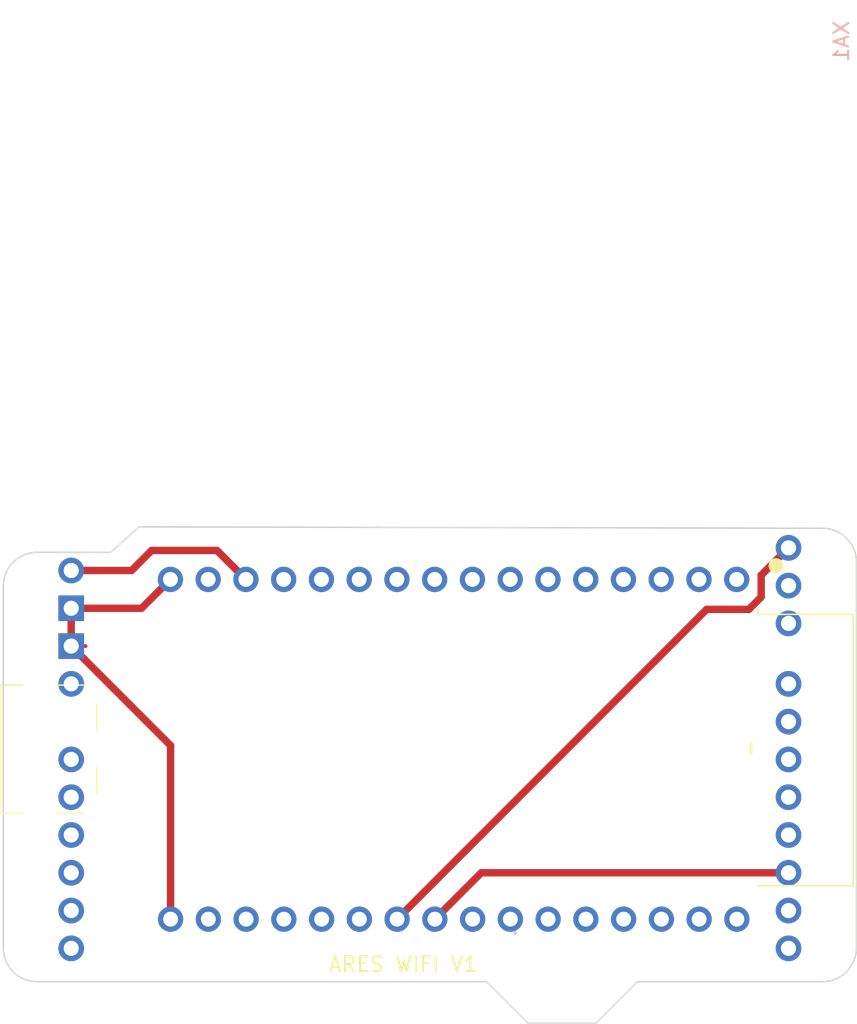
<source format=kicad_pcb>
(kicad_pcb (version 20211014) (generator pcbnew)
  (layers (0 "F.Cu" signal) (31 "B.Cu" signal) (34 "B.Paste" user) (35 "F.Paste" user) (36 "B.SilkS" user "B.Silkscreen") (37 "F.SilkS" user "F.Silkscreen") (38 "B.Mask" user) (39 "F.Mask" user) (44 "Edge.Cuts" user))
  (net 0 "")
  (net 1 "GND")
  (net 13 "/USART1_TX")
  (net 15 "/USART1_RX")
  (net 28 "/VIN_ESP")
  (footprint "arduino Boards:Arduino_Uno_Shield" (layer "F.Cu") (at 101.6 57.957881 -90)
    (fp_text reference "XA1" (at 2.54 -54.356 90) (layer "B.SilkS") (effects (justify mirror)))
    (fp_text value "Arduino_Uno_Shield")
    (fp_text user "." (at 62.484 -32.004 90) (layer "B.SilkS"))
    (fp_text user "." (at 62.484 -32.004 90) (layer "F.SilkS"))
    (pad "" np_thru_hole circle (at 66.04 -35.56 270) (size 3.2 3.2) (drill 3.2) (layers *.Cu *.Mask))
    (pad "5V1" thru_hole oval (at 38.1 -2.54 270) (size 1.7272 1.7272) (drill 1.016) (layers *.Cu *.Mask) (net 28 "/VIN_ESP"))
    (pad "A0" thru_hole oval (at 50.8 -2.54 270) (size 1.7272 1.7272) (drill 1.016) (layers *.Cu *.Mask))
    (pad "A1" thru_hole oval (at 53.34 -2.54 270) (size 1.7272 1.7272) (drill 1.016) (layers *.Cu *.Mask))
    (pad "A2" thru_hole oval (at 55.88 -2.54 270) (size 1.7272 1.7272) (drill 1.016) (layers *.Cu *.Mask))
    (pad "A3" thru_hole oval (at 58.42 -2.54 270) (size 1.7272 1.7272) (drill 1.016) (layers *.Cu *.Mask))
    (pad "A4" thru_hole oval (at 60.96 -2.54 270) (size 1.7272 1.7272) (drill 1.016) (layers *.Cu *.Mask))
    (pad "A5" thru_hole oval (at 63.5 -2.54 270) (size 1.7272 1.7272) (drill 1.016) (layers *.Cu *.Mask))
    (pad "D0" thru_hole oval (at 63.5 -50.8 270) (size 1.7272 1.7272) (drill 1.016) (layers *.Cu *.Mask))
    (pad "D1" thru_hole oval (at 60.96 -50.8 270) (size 1.7272 1.7272) (drill 1.016) (layers *.Cu *.Mask))
    (pad "D2" thru_hole oval (at 58.42 -50.8 270) (size 1.7272 1.7272) (drill 1.016) (layers *.Cu *.Mask) (net 15 "/USART1_RX"))
    (pad "D3" thru_hole oval (at 55.88 -50.8 270) (size 1.7272 1.7272) (drill 1.016) (layers *.Cu *.Mask))
    (pad "D4" thru_hole oval (at 53.34 -50.8 270) (size 1.7272 1.7272) (drill 1.016) (layers *.Cu *.Mask))
    (pad "D5" thru_hole oval (at 50.8 -50.8 270) (size 1.7272 1.7272) (drill 1.016) (layers *.Cu *.Mask))
    (pad "D6" thru_hole oval (at 48.26 -50.8 270) (size 1.7272 1.7272) (drill 1.016) (layers *.Cu *.Mask))
    (pad "D7" thru_hole oval (at 45.72 -50.8 270) (size 1.7272 1.7272) (drill 1.016) (layers *.Cu *.Mask))
    (pad "D8" thru_hole oval (at 41.656 -50.8 270) (size 1.7272 1.7272) (drill 1.016) (layers *.Cu *.Mask))
    (pad "D9" thru_hole oval (at 39.116 -50.8 270) (size 1.7272 1.7272) (drill 1.016) (layers *.Cu *.Mask))
    (pad "D10" thru_hole oval (at 36.576 -50.8 270) (size 1.7272 1.7272) (drill 1.016) (layers *.Cu *.Mask) (net 13 "/USART1_TX"))
    (pad "GND2" thru_hole rect (at 40.64 -2.54 270) (size 1.7272 1.7272) (drill 1.016) (layers *.Cu *.Mask) (net 1 "GND"))
    (pad "GND3" thru_hole rect (at 43.18 -2.54 270) (size 1.7272 1.7272) (drill 1.016) (layers *.Cu *.Mask) (net 1 "GND"))
    (pad "VIN" thru_hole oval (at 45.72 -2.54 270) (size 1.7272 1.7272) (drill 1.016) (layers *.Cu *.Mask))
  )
  (footprint "uPesy Boards:uPesy_ESP32_Wroom_DevKit" (layer "F.Cu") (at 129.94 108 -90)
    (fp_text reference "_" (at 0 -19.4 90) (layer "F.SilkS"))
    (fp_text value "uPesy ESP32 Wroom")
    (fp_line (start 4.3885 30.5411) (end -4.2415 30.5411) (layer "F.SilkS") (width 0.1))
    (fp_line (start 9.247 -26.8119) (end 9.247 -20.3929) (layer "F.SilkS") (width 0.1))
    (fp_line (start -8.993 -26.8119) (end -8.993 -20.3929) (layer "F.SilkS") (width 0.1))
    (fp_line (start -4.2415 26.8111) (end -4.2415 24.9911) (layer "F.SilkS") (width 0.1))
    (fp_line (start -4.2415 30.4111) (end -4.2415 29.0711) (layer "F.SilkS") (width 0.1))
    (fp_line (start -2.9215 24.0911) (end -1.1715 24.0911) (layer "F.SilkS") (width 0.1))
    (fp_line (start 1.3185 24.0911) (end 3.0685 24.0911) (layer "F.SilkS") (width 0.1))
    (fp_line (start 4.3885 26.8111) (end 4.3885 24.9911) (layer "F.SilkS") (width 0.1))
    (fp_line (start 4.3885 30.3511) (end 4.3885 29.0711) (layer "F.SilkS") (width 0.1))
    (fp_line (start -8.993 -26.8119) (end 9.247 -26.8119) (layer "F.SilkS") (width 0.1))
    (fp_line (start -8.993 -20.3929) (end -9.373 -20.3929) (layer "F.SilkS") (width 0.1))
    (fp_circle (center -12.2682 -21.6154) (end -12.0182 -21.6154) (layer "F.SilkS") (width 0.5) (fill none))
    (pad "1" thru_hole circle (at -11.343 -18.9741 180) (size 1.7 1.7) (drill 1) (layers *.Cu *.Mask))
    (pad "2" thru_hole circle (at -11.343 -16.4341 180) (size 1.7 1.7) (drill 1) (layers *.Cu *.Mask))
    (pad "3" thru_hole circle (at -11.343 -13.8941 180) (size 1.7 1.7) (drill 1) (layers *.Cu *.Mask))
    (pad "4" thru_hole circle (at -11.343 -11.3541 180) (size 1.7 1.7) (drill 1) (layers *.Cu *.Mask))
    (pad "5" thru_hole circle (at -11.343 -8.8141 180) (size 1.7 1.7) (drill 1) (layers *.Cu *.Mask))
    (pad "6" thru_hole circle (at -11.343 -6.2741 180) (size 1.7 1.7) (drill 1) (layers *.Cu *.Mask))
    (pad "7" thru_hole circle (at -11.343 -3.7341 180) (size 1.7 1.7) (drill 1) (layers *.Cu *.Mask))
    (pad "8" thru_hole circle (at -11.343 -1.1941 180) (size 1.7 1.7) (drill 1) (layers *.Cu *.Mask))
    (pad "9" thru_hole circle (at -11.343 1.3459 180) (size 1.7 1.7) (drill 1) (layers *.Cu *.Mask))
    (pad "10" thru_hole circle (at -11.343 3.8859 180) (size 1.7 1.7) (drill 1) (layers *.Cu *.Mask))
    (pad "11" thru_hole circle (at -11.343 6.4259 180) (size 1.7 1.7) (drill 1) (layers *.Cu *.Mask))
    (pad "12" thru_hole circle (at -11.343 8.9659 180) (size 1.7 1.7) (drill 1) (layers *.Cu *.Mask))
    (pad "13" thru_hole circle (at -11.343 11.5059 180) (size 1.7 1.7) (drill 1) (layers *.Cu *.Mask))
    (pad "14" thru_hole circle (at -11.343 14.0459 180) (size 1.7 1.7) (drill 1) (layers *.Cu *.Mask) (net 28 "/VIN_ESP"))
    (pad "15" thru_hole circle (at -11.343 16.5859 180) (size 1.7 1.7) (drill 1) (layers *.Cu *.Mask))
    (pad "16" thru_hole circle (at -11.343 19.1259 180) (size 1.7 1.7) (drill 1) (layers *.Cu *.Mask) (net 1 "GND"))
    (pad "17" thru_hole circle (at 11.4954 -18.9862) (size 1.7 1.7) (drill 1) (layers *.Cu *.Mask))
    (pad "18" thru_hole circle (at 11.4954 -16.4462) (size 1.7 1.7) (drill 1) (layers *.Cu *.Mask))
    (pad "19" thru_hole circle (at 11.4954 -13.9062) (size 1.7 1.7) (drill 1) (layers *.Cu *.Mask))
    (pad "20" thru_hole circle (at 11.4954 -11.3662) (size 1.7 1.7) (drill 1) (layers *.Cu *.Mask))
    (pad "21" thru_hole circle (at 11.4954 -8.8262) (size 1.7 1.7) (drill 1) (layers *.Cu *.Mask))
    (pad "22" thru_hole circle (at 11.4954 -6.2862) (size 1.7 1.7) (drill 1) (layers *.Cu *.Mask))
    (pad "23" thru_hole circle (at 11.4954 -3.7462) (size 1.7 1.7) (drill 1) (layers *.Cu *.Mask))
    (pad "24" thru_hole circle (at 11.4954 -1.2062) (size 1.7 1.7) (drill 1) (layers *.Cu *.Mask))
    (pad "25" thru_hole circle (at 11.4954 1.3338) (size 1.7 1.7) (drill 1) (layers *.Cu *.Mask) (net 15 "/USART1_RX"))
    (pad "26" thru_hole circle (at 11.4954 3.8738) (size 1.7 1.7) (drill 1) (layers *.Cu *.Mask) (net 13 "/USART1_TX"))
    (pad "27" thru_hole circle (at 11.4954 6.4138) (size 1.7 1.7) (drill 1) (layers *.Cu *.Mask))
    (pad "28" thru_hole circle (at 11.4954 8.9538) (size 1.7 1.7) (drill 1) (layers *.Cu *.Mask))
    (pad "29" thru_hole circle (at 11.4954 11.4938) (size 1.7 1.7) (drill 1) (layers *.Cu *.Mask))
    (pad "30" thru_hole circle (at 11.4954 14.0338) (size 1.7 1.7) (drill 1) (layers *.Cu *.Mask))
    (pad "31" thru_hole circle (at 11.4954 16.5738) (size 1.7 1.7) (drill 1) (layers *.Cu *.Mask))
    (pad "32" thru_hole circle (at 11.4954 19.1138) (size 1.7 1.7) (drill 1) (layers *.Cu *.Mask) (net 1 "GND"))
  )
  (gr_line (start 156.972 98.806) (end 156.972 121.412) (layer "Edge.Cuts") (width 0.1))
  (gr_line (start 132.08 123.698) (end 134.874 126.492) (layer "Edge.Cuts") (width 0.1))
  (gr_arc (start 99.568 97.120446) (mid 100.237554 95.504) (end 101.854 94.834446) (layer "Edge.Cuts") (width 0.1))
  (gr_line (start 101.87 94.834446) (end 106.79 94.84) (layer "Edge.Cuts") (width 0.1))
  (gr_line (start 142.24 123.698) (end 139.446 126.492) (layer "Edge.Cuts") (width 0.1))
  (gr_line (start 156.972 95.504) (end 156.972 98.806) (layer "Edge.Cuts") (width 0.1))
  (gr_line (start 139.446 126.492) (end 134.874 126.492) (layer "Edge.Cuts") (width 0.1))
  (gr_line (start 99.568 97.120446) (end 99.568 98.806) (layer "Edge.Cuts") (width 0.1))
  (gr_line (start 108.712 93.125554) (end 106.79 94.84) (layer "Edge.Cuts") (width 0.1))
  (gr_arc (start 154.686 93.218) (mid 156.302446 93.887554) (end 156.972 95.504) (layer "Edge.Cuts") (width 0.1))
  (gr_line (start 99.568 121.412) (end 99.568 98.806) (layer "Edge.Cuts") (width 0.1))
  (gr_line (start 154.686 93.218) (end 108.712 93.125554) (layer "Edge.Cuts") (width 0.1))
  (gr_line (start 154.686 123.698) (end 142.24 123.698) (layer "Edge.Cuts") (width 0.1))
  (gr_line (start 101.854 123.698) (end 132.08 123.698) (layer "Edge.Cuts") (width 0.1))
  (gr_arc (start 101.854 123.698) (mid 100.237554 123.028446) (end 99.568 121.412) (layer "Edge.Cuts") (width 0.1))
  (gr_arc (start 156.972 121.412) (mid 156.302446 123.028446) (end 154.686 123.698) (layer "Edge.Cuts") (width 0.1))
  (gr_text "ARES WIFI V1" (at 126.47 122.53) (layer "F.SilkS") (effects (font (size 1 1))))
  (segment (start 104.199119 98.657) (end 104.14 98.597881) (width 0.25) (layer "F.Cu") (net 1))
  (segment (start 110.8262 107.824081) (end 104.14 101.137881) (width 0.5) (layer "F.Cu") (net 1))
  (segment (start 105.107881 101.137881) (end 104.14 101.137881) (width 0.25) (layer "F.Cu") (net 1))
  (segment (start 108.873219 98.597881) (end 110.8141 96.657) (width 0.5) (layer "F.Cu") (net 1))
  (segment (start 110.8262 119.4954) (end 110.8262 107.824081) (width 0.5) (layer "F.Cu") (net 1))
  (segment (start 104.14 98.597881) (end 108.873219 98.597881) (width 0.5) (layer "F.Cu") (net 1))
  (segment (start 104.14 101.137881) (end 104.14 98.597881) (width 0.5) (layer "F.Cu") (net 1))
  (segment (start 152.4 94.533881) (end 150.56 96.373881) (width 0.5) (layer "F.Cu") (net 13))
  (segment (start 150.56 97.84) (end 149.73 98.67) (width 0.5) (layer "F.Cu") (net 13))
  (segment (start 150.56 96.373881) (end 150.56 97.84) (width 0.5) (layer "F.Cu") (net 13))
  (segment (start 146.8916 98.67) (end 126.0662 119.4954) (width 0.5) (layer "F.Cu") (net 13))
  (segment (start 149.73 98.67) (end 146.8916 98.67) (width 0.5) (layer "F.Cu") (net 13))
  (segment (start 152.4 116.377881) (end 131.723719 116.377881) (width 0.5) (layer "F.Cu") (net 15))
  (segment (start 131.723719 116.377881) (end 128.6062 119.4954) (width 0.5) (layer "F.Cu") (net 15))
  (segment (start 108.202119 96.057881) (end 109.55 94.71) (width 0.5) (layer "F.Cu") (net 28))
  (segment (start 104.14 96.057881) (end 108.202119 96.057881) (width 0.5) (layer "F.Cu") (net 28))
  (segment (start 113.9471 94.71) (end 115.8941 96.657) (width 0.5) (layer "F.Cu") (net 28))
  (segment (start 109.55 94.71) (end 113.9471 94.71) (width 0.5) (layer "F.Cu") (net 28))
)
</source>
